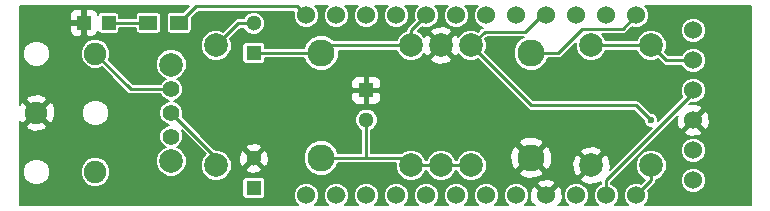
<source format=gtl>
G04 #@! TF.FileFunction,Copper,L1,Top,Signal*
%FSLAX46Y46*%
G04 Gerber Fmt 4.6, Leading zero omitted, Abs format (unit mm)*
G04 Created by KiCad (PCBNEW no-vcs-found-product) date Thu 23 Jul 2015 04:44:35 PM CDT*
%MOMM*%
G01*
G04 APERTURE LIST*
%ADD10C,0.127000*%
%ADD11R,1.300000X1.300000*%
%ADD12C,1.300000*%
%ADD13C,1.900000*%
%ADD14C,2.286000*%
%ADD15C,1.998980*%
%ADD16C,1.397000*%
%ADD17C,2.000000*%
%ADD18C,1.524000*%
%ADD19R,1.198880X1.198880*%
%ADD20R,1.501140X1.198880*%
%ADD21C,0.600000*%
%ADD22C,0.250000*%
%ADD23C,0.203200*%
G04 APERTURE END LIST*
D10*
D11*
X151765000Y-120650000D03*
D12*
X151765000Y-118150000D03*
D11*
X151765000Y-109220000D03*
D12*
X151765000Y-106720000D03*
D11*
X161290000Y-112395000D03*
D12*
X161290000Y-114895000D03*
D13*
X133350000Y-114300000D03*
X138350000Y-119300000D03*
X138350000Y-109300000D03*
D14*
X175260000Y-118110000D03*
X175260000Y-109220000D03*
D15*
X185420000Y-118745000D03*
X185420000Y-108585000D03*
X180340000Y-108585000D03*
X180340000Y-118745000D03*
X148590000Y-108585000D03*
X148590000Y-118745000D03*
X165100000Y-118745000D03*
X165100000Y-108585000D03*
X170180000Y-118745000D03*
X170180000Y-108585000D03*
X167640000Y-108585000D03*
X167640000Y-118745000D03*
D16*
X144780000Y-114300000D03*
X144780000Y-116300000D03*
X144780000Y-112300000D03*
D17*
X144780000Y-110200000D03*
X144780000Y-118400000D03*
D18*
X188976000Y-107315000D03*
X188976000Y-109855000D03*
X188976000Y-112395000D03*
X188976000Y-114935000D03*
X188976000Y-117475000D03*
X188976000Y-120015000D03*
D19*
X139479020Y-106680000D03*
X137380980Y-106680000D03*
D20*
X142844520Y-106680000D03*
X145445480Y-106680000D03*
D18*
X171450000Y-106045000D03*
X168910000Y-106045000D03*
X166370000Y-106045000D03*
X163830000Y-106045000D03*
X161290000Y-106045000D03*
X158750000Y-106045000D03*
X156210000Y-106045000D03*
X173990000Y-106045000D03*
X176530000Y-106045000D03*
X179070000Y-106045000D03*
X181610000Y-106045000D03*
X184150000Y-106045000D03*
X184150000Y-121285000D03*
X181610000Y-121285000D03*
X179070000Y-121285000D03*
X176530000Y-121285000D03*
X173990000Y-121285000D03*
X168910000Y-121285000D03*
X171450000Y-121285000D03*
X166370000Y-121285000D03*
X163830000Y-121285000D03*
X161290000Y-121285000D03*
X158750000Y-121285000D03*
X156210000Y-121285000D03*
D14*
X157480000Y-118110000D03*
X157480000Y-109220000D03*
D21*
X185420000Y-114935000D03*
D22*
X148590000Y-118745000D02*
X148590000Y-118110000D01*
X148590000Y-118110000D02*
X144780000Y-114300000D01*
X151765000Y-109220000D02*
X157480000Y-109220000D01*
X157480000Y-109220000D02*
X158115000Y-108585000D01*
X158115000Y-108585000D02*
X165100000Y-108585000D01*
X165100000Y-108585000D02*
X165100000Y-107315000D01*
X165100000Y-107315000D02*
X166370000Y-106045000D01*
X151765000Y-106720000D02*
X150455000Y-106720000D01*
X150455000Y-106720000D02*
X148590000Y-108585000D01*
X142844520Y-106680000D02*
X139479020Y-106680000D01*
X144780000Y-112300000D02*
X141350000Y-112300000D01*
X141350000Y-112300000D02*
X138350000Y-109300000D01*
X170180000Y-108585000D02*
X175260000Y-113665000D01*
X184150000Y-113665000D02*
X185420000Y-114935000D01*
X175260000Y-113665000D02*
X184150000Y-113665000D01*
X176530000Y-106045000D02*
X176149000Y-106045000D01*
X176149000Y-106045000D02*
X174752000Y-107442000D01*
X171323000Y-107442000D02*
X170180000Y-108585000D01*
X174752000Y-107442000D02*
X171323000Y-107442000D01*
X176530000Y-106045000D02*
X176022000Y-106045000D01*
X176530000Y-106045000D02*
X175895000Y-106045000D01*
X185420000Y-118745000D02*
X185420000Y-120015000D01*
X185420000Y-120015000D02*
X184150000Y-121285000D01*
X180340000Y-108585000D02*
X185420000Y-108585000D01*
X185420000Y-108585000D02*
X186690000Y-109855000D01*
X186690000Y-109855000D02*
X188976000Y-109855000D01*
X156210000Y-106045000D02*
X155448000Y-105283000D01*
X146842480Y-105283000D02*
X145445480Y-106680000D01*
X155448000Y-105283000D02*
X146842480Y-105283000D01*
X145542000Y-106680000D02*
X145445480Y-106680000D01*
X181610000Y-120015000D02*
X181610000Y-121285000D01*
X188976000Y-112395000D02*
X188976000Y-112649000D01*
X188976000Y-112649000D02*
X181610000Y-120015000D01*
X183007000Y-107188000D02*
X184150000Y-106045000D01*
X179578000Y-107188000D02*
X183007000Y-107188000D01*
X177546000Y-109220000D02*
X179578000Y-107188000D01*
X175260000Y-109220000D02*
X177546000Y-109220000D01*
X158750000Y-121285000D02*
X159385000Y-121285000D01*
X158750000Y-121285000D02*
X158115000Y-121285000D01*
X161290000Y-114895000D02*
X161290000Y-118110000D01*
X157480000Y-118110000D02*
X161290000Y-118110000D01*
X161290000Y-118110000D02*
X164465000Y-118110000D01*
X164465000Y-118110000D02*
X165100000Y-118745000D01*
X165100000Y-118745000D02*
X167640000Y-118745000D01*
X167640000Y-118745000D02*
X170180000Y-118745000D01*
X161290000Y-114895000D02*
X161290000Y-114935000D01*
D23*
G36*
X145747863Y-105769789D02*
X144694910Y-105769789D01*
X144578691Y-105792338D01*
X144476545Y-105859437D01*
X144408169Y-105960733D01*
X144384139Y-106080560D01*
X144384139Y-107279440D01*
X144406688Y-107395659D01*
X144473787Y-107497805D01*
X144575083Y-107566181D01*
X144694910Y-107590211D01*
X146196050Y-107590211D01*
X146312269Y-107567662D01*
X146414415Y-107500563D01*
X146482791Y-107399267D01*
X146506821Y-107279440D01*
X146506821Y-106226488D01*
X147020509Y-105712800D01*
X155192827Y-105712800D01*
X155143385Y-105831869D01*
X155143015Y-106256269D01*
X155305084Y-106648504D01*
X155604917Y-106948862D01*
X155996869Y-107111615D01*
X156421269Y-107111985D01*
X156813504Y-106949916D01*
X157113862Y-106650083D01*
X157276615Y-106258131D01*
X157276985Y-105833731D01*
X157114916Y-105441496D01*
X156931341Y-105257600D01*
X158028774Y-105257600D01*
X157846138Y-105439917D01*
X157683385Y-105831869D01*
X157683015Y-106256269D01*
X157845084Y-106648504D01*
X158144917Y-106948862D01*
X158536869Y-107111615D01*
X158961269Y-107111985D01*
X159353504Y-106949916D01*
X159653862Y-106650083D01*
X159816615Y-106258131D01*
X159816985Y-105833731D01*
X159654916Y-105441496D01*
X159471341Y-105257600D01*
X160568774Y-105257600D01*
X160386138Y-105439917D01*
X160223385Y-105831869D01*
X160223015Y-106256269D01*
X160385084Y-106648504D01*
X160684917Y-106948862D01*
X161076869Y-107111615D01*
X161501269Y-107111985D01*
X161893504Y-106949916D01*
X162193862Y-106650083D01*
X162356615Y-106258131D01*
X162356985Y-105833731D01*
X162194916Y-105441496D01*
X162011341Y-105257600D01*
X163108774Y-105257600D01*
X162926138Y-105439917D01*
X162763385Y-105831869D01*
X162763015Y-106256269D01*
X162925084Y-106648504D01*
X163224917Y-106948862D01*
X163616869Y-107111615D01*
X164041269Y-107111985D01*
X164433504Y-106949916D01*
X164733862Y-106650083D01*
X164896615Y-106258131D01*
X164896985Y-105833731D01*
X164734916Y-105441496D01*
X164551341Y-105257600D01*
X165648774Y-105257600D01*
X165466138Y-105439917D01*
X165303385Y-105831869D01*
X165303015Y-106256269D01*
X165375493Y-106431678D01*
X164796086Y-107011086D01*
X164702917Y-107150523D01*
X164670200Y-107315000D01*
X164670200Y-107351346D01*
X164362144Y-107478632D01*
X163994921Y-107845214D01*
X163866203Y-108155200D01*
X158534550Y-108155200D01*
X158329997Y-107950290D01*
X157779398Y-107721661D01*
X157183218Y-107721141D01*
X156632220Y-107948808D01*
X156210290Y-108370003D01*
X156035809Y-108790200D01*
X152725771Y-108790200D01*
X152725771Y-108570000D01*
X152703222Y-108453781D01*
X152636123Y-108351635D01*
X152534827Y-108283259D01*
X152415000Y-108259229D01*
X151115000Y-108259229D01*
X150998781Y-108281778D01*
X150896635Y-108348877D01*
X150828259Y-108450173D01*
X150804229Y-108570000D01*
X150804229Y-109870000D01*
X150826778Y-109986219D01*
X150893877Y-110088365D01*
X150995173Y-110156741D01*
X151115000Y-110180771D01*
X152415000Y-110180771D01*
X152531219Y-110158222D01*
X152633365Y-110091123D01*
X152701741Y-109989827D01*
X152725771Y-109870000D01*
X152725771Y-109649800D01*
X156036103Y-109649800D01*
X156208808Y-110067780D01*
X156630003Y-110489710D01*
X157180602Y-110718339D01*
X157776782Y-110718859D01*
X158327780Y-110491192D01*
X158749710Y-110069997D01*
X158978339Y-109519398D01*
X158978779Y-109014800D01*
X163866346Y-109014800D01*
X163993632Y-109322856D01*
X164360214Y-109690079D01*
X164839422Y-109889064D01*
X165358301Y-109889516D01*
X165721230Y-109739557D01*
X166700969Y-109739557D01*
X166803136Y-109996124D01*
X167406852Y-110208963D01*
X168046064Y-110174568D01*
X168476864Y-109996124D01*
X168579031Y-109739557D01*
X167640000Y-108800526D01*
X166700969Y-109739557D01*
X165721230Y-109739557D01*
X165837856Y-109691368D01*
X166193466Y-109336378D01*
X166228876Y-109421864D01*
X166485443Y-109524031D01*
X167424474Y-108585000D01*
X166485443Y-107645969D01*
X166228876Y-107748136D01*
X166197206Y-107837966D01*
X165839786Y-107479921D01*
X165720631Y-107430443D01*
X166700969Y-107430443D01*
X167640000Y-108369474D01*
X168579031Y-107430443D01*
X168476864Y-107173876D01*
X167873148Y-106961037D01*
X167233936Y-106995432D01*
X166803136Y-107173876D01*
X166700969Y-107430443D01*
X165720631Y-107430443D01*
X165630013Y-107392815D01*
X165983290Y-107039539D01*
X166156869Y-107111615D01*
X166581269Y-107111985D01*
X166973504Y-106949916D01*
X167273862Y-106650083D01*
X167436615Y-106258131D01*
X167436985Y-105833731D01*
X167274916Y-105441496D01*
X167091341Y-105257600D01*
X168188774Y-105257600D01*
X168006138Y-105439917D01*
X167843385Y-105831869D01*
X167843015Y-106256269D01*
X168005084Y-106648504D01*
X168304917Y-106948862D01*
X168696869Y-107111615D01*
X169121269Y-107111985D01*
X169513504Y-106949916D01*
X169813862Y-106650083D01*
X169976615Y-106258131D01*
X169976985Y-105833731D01*
X169814916Y-105441496D01*
X169631341Y-105257600D01*
X170728774Y-105257600D01*
X170546138Y-105439917D01*
X170383385Y-105831869D01*
X170383015Y-106256269D01*
X170545084Y-106648504D01*
X170844917Y-106948862D01*
X171126988Y-107065988D01*
X171019085Y-107138086D01*
X170748411Y-107408760D01*
X170440578Y-107280936D01*
X169921699Y-107280484D01*
X169442144Y-107478632D01*
X169086534Y-107833622D01*
X169051124Y-107748136D01*
X168794557Y-107645969D01*
X167855526Y-108585000D01*
X168794557Y-109524031D01*
X169051124Y-109421864D01*
X169082794Y-109332034D01*
X169440214Y-109690079D01*
X169919422Y-109889064D01*
X170438301Y-109889516D01*
X170748512Y-109761340D01*
X174956086Y-113968915D01*
X175095523Y-114062083D01*
X175260000Y-114094800D01*
X183971972Y-114094800D01*
X184815197Y-114938026D01*
X184815095Y-115054774D01*
X184906976Y-115277144D01*
X185076961Y-115447426D01*
X185299170Y-115539695D01*
X185477321Y-115539850D01*
X181923091Y-119094081D01*
X181963963Y-118978148D01*
X181929568Y-118338936D01*
X181751124Y-117908136D01*
X181494557Y-117805969D01*
X180555526Y-118745000D01*
X180569669Y-118759143D01*
X180354143Y-118974669D01*
X180340000Y-118960526D01*
X179400969Y-119899557D01*
X179503136Y-120156124D01*
X180106852Y-120368963D01*
X180746064Y-120334568D01*
X181176864Y-120156124D01*
X181180200Y-120147746D01*
X181180200Y-120308311D01*
X181006496Y-120380084D01*
X180706138Y-120679917D01*
X180543385Y-121071869D01*
X180543015Y-121496269D01*
X180705084Y-121888504D01*
X180888659Y-122072400D01*
X179791226Y-122072400D01*
X179973862Y-121890083D01*
X180136615Y-121498131D01*
X180136985Y-121073731D01*
X179974916Y-120681496D01*
X179675083Y-120381138D01*
X179283131Y-120218385D01*
X178858731Y-120218015D01*
X178466496Y-120380084D01*
X178166138Y-120679917D01*
X178003385Y-121071869D01*
X178003015Y-121496269D01*
X178165084Y-121888504D01*
X178348659Y-122072400D01*
X177532929Y-122072400D01*
X177512255Y-122051726D01*
X177744227Y-121978810D01*
X177917310Y-121461333D01*
X177879186Y-120917010D01*
X177744227Y-120591190D01*
X177512253Y-120518273D01*
X176745526Y-121285000D01*
X176759669Y-121299143D01*
X176544143Y-121514669D01*
X176530000Y-121500526D01*
X176515858Y-121514669D01*
X176300332Y-121299143D01*
X176314474Y-121285000D01*
X175547747Y-120518273D01*
X175315773Y-120591190D01*
X175142690Y-121108667D01*
X175180814Y-121652990D01*
X175315773Y-121978810D01*
X175547745Y-122051726D01*
X175527071Y-122072400D01*
X174711226Y-122072400D01*
X174893862Y-121890083D01*
X175056615Y-121498131D01*
X175056985Y-121073731D01*
X174894916Y-120681496D01*
X174595083Y-120381138D01*
X174406297Y-120302747D01*
X175763273Y-120302747D01*
X176530000Y-121069474D01*
X177296727Y-120302747D01*
X177223810Y-120070773D01*
X176706333Y-119897690D01*
X176162010Y-119935814D01*
X175836190Y-120070773D01*
X175763273Y-120302747D01*
X174406297Y-120302747D01*
X174203131Y-120218385D01*
X173778731Y-120218015D01*
X173386496Y-120380084D01*
X173086138Y-120679917D01*
X172923385Y-121071869D01*
X172923015Y-121496269D01*
X173085084Y-121888504D01*
X173268659Y-122072400D01*
X172171226Y-122072400D01*
X172353862Y-121890083D01*
X172516615Y-121498131D01*
X172516985Y-121073731D01*
X172354916Y-120681496D01*
X172055083Y-120381138D01*
X171663131Y-120218385D01*
X171238731Y-120218015D01*
X170846496Y-120380084D01*
X170546138Y-120679917D01*
X170383385Y-121071869D01*
X170383015Y-121496269D01*
X170545084Y-121888504D01*
X170728659Y-122072400D01*
X169631226Y-122072400D01*
X169813862Y-121890083D01*
X169976615Y-121498131D01*
X169976985Y-121073731D01*
X169814916Y-120681496D01*
X169515083Y-120381138D01*
X169123131Y-120218385D01*
X168698731Y-120218015D01*
X168306496Y-120380084D01*
X168006138Y-120679917D01*
X167843385Y-121071869D01*
X167843015Y-121496269D01*
X168005084Y-121888504D01*
X168188659Y-122072400D01*
X167091226Y-122072400D01*
X167273862Y-121890083D01*
X167436615Y-121498131D01*
X167436985Y-121073731D01*
X167274916Y-120681496D01*
X166975083Y-120381138D01*
X166583131Y-120218385D01*
X166158731Y-120218015D01*
X165766496Y-120380084D01*
X165466138Y-120679917D01*
X165303385Y-121071869D01*
X165303015Y-121496269D01*
X165465084Y-121888504D01*
X165648659Y-122072400D01*
X164551226Y-122072400D01*
X164733862Y-121890083D01*
X164896615Y-121498131D01*
X164896985Y-121073731D01*
X164734916Y-120681496D01*
X164435083Y-120381138D01*
X164043131Y-120218385D01*
X163618731Y-120218015D01*
X163226496Y-120380084D01*
X162926138Y-120679917D01*
X162763385Y-121071869D01*
X162763015Y-121496269D01*
X162925084Y-121888504D01*
X163108659Y-122072400D01*
X162011226Y-122072400D01*
X162193862Y-121890083D01*
X162356615Y-121498131D01*
X162356985Y-121073731D01*
X162194916Y-120681496D01*
X161895083Y-120381138D01*
X161503131Y-120218385D01*
X161078731Y-120218015D01*
X160686496Y-120380084D01*
X160386138Y-120679917D01*
X160223385Y-121071869D01*
X160223015Y-121496269D01*
X160385084Y-121888504D01*
X160568659Y-122072400D01*
X159471226Y-122072400D01*
X159653862Y-121890083D01*
X159816615Y-121498131D01*
X159816985Y-121073731D01*
X159654916Y-120681496D01*
X159355083Y-120381138D01*
X158963131Y-120218385D01*
X158538731Y-120218015D01*
X158146496Y-120380084D01*
X157846138Y-120679917D01*
X157683385Y-121071869D01*
X157683015Y-121496269D01*
X157845084Y-121888504D01*
X158028659Y-122072400D01*
X156931226Y-122072400D01*
X157113862Y-121890083D01*
X157276615Y-121498131D01*
X157276985Y-121073731D01*
X157114916Y-120681496D01*
X156815083Y-120381138D01*
X156423131Y-120218385D01*
X155998731Y-120218015D01*
X155606496Y-120380084D01*
X155306138Y-120679917D01*
X155143385Y-121071869D01*
X155143015Y-121496269D01*
X155305084Y-121888504D01*
X155488659Y-122072400D01*
X131927600Y-122072400D01*
X131927600Y-119523745D01*
X132220004Y-119523745D01*
X132391644Y-119939144D01*
X132709184Y-120257239D01*
X133124283Y-120429603D01*
X133573745Y-120429996D01*
X133989144Y-120258356D01*
X134307239Y-119940816D01*
X134470143Y-119548500D01*
X137094983Y-119548500D01*
X137285612Y-120009859D01*
X137638285Y-120363147D01*
X138099310Y-120554582D01*
X138598500Y-120555017D01*
X139059859Y-120364388D01*
X139413147Y-120011715D01*
X139604582Y-119550690D01*
X139605017Y-119051500D01*
X139414388Y-118590141D01*
X139061715Y-118236853D01*
X138600690Y-118045418D01*
X138101500Y-118044983D01*
X137640141Y-118235612D01*
X137286853Y-118588285D01*
X137095418Y-119049310D01*
X137094983Y-119548500D01*
X134470143Y-119548500D01*
X134479603Y-119525717D01*
X134479996Y-119076255D01*
X134308356Y-118660856D01*
X133990816Y-118342761D01*
X133575717Y-118170397D01*
X133126255Y-118170004D01*
X132710856Y-118341644D01*
X132392761Y-118659184D01*
X132220397Y-119074283D01*
X132220004Y-119523745D01*
X131927600Y-119523745D01*
X131927600Y-115418681D01*
X132446845Y-115418681D01*
X132542927Y-115670118D01*
X133128683Y-115874677D01*
X133748132Y-115839506D01*
X134157073Y-115670118D01*
X134253155Y-115418681D01*
X133350000Y-114515526D01*
X132446845Y-115418681D01*
X131927600Y-115418681D01*
X131927600Y-114980852D01*
X131979882Y-115107073D01*
X132231319Y-115203155D01*
X133134474Y-114300000D01*
X133565526Y-114300000D01*
X134468681Y-115203155D01*
X134720118Y-115107073D01*
X134923829Y-114523745D01*
X137220004Y-114523745D01*
X137391644Y-114939144D01*
X137709184Y-115257239D01*
X138124283Y-115429603D01*
X138573745Y-115429996D01*
X138989144Y-115258356D01*
X139307239Y-114940816D01*
X139479603Y-114525717D01*
X139479996Y-114076255D01*
X139308356Y-113660856D01*
X138990816Y-113342761D01*
X138575717Y-113170397D01*
X138126255Y-113170004D01*
X137710856Y-113341644D01*
X137392761Y-113659184D01*
X137220397Y-114074283D01*
X137220004Y-114523745D01*
X134923829Y-114523745D01*
X134924677Y-114521317D01*
X134889506Y-113901868D01*
X134720118Y-113492927D01*
X134468681Y-113396845D01*
X133565526Y-114300000D01*
X133134474Y-114300000D01*
X133134474Y-114300000D01*
X132231319Y-113396845D01*
X131979882Y-113492927D01*
X131927600Y-113642637D01*
X131927600Y-113181319D01*
X132446845Y-113181319D01*
X133350000Y-114084474D01*
X134253155Y-113181319D01*
X134157073Y-112929882D01*
X133571317Y-112725323D01*
X132951868Y-112760494D01*
X132542927Y-112929882D01*
X132446845Y-113181319D01*
X131927600Y-113181319D01*
X131927600Y-109523745D01*
X132220004Y-109523745D01*
X132391644Y-109939144D01*
X132709184Y-110257239D01*
X133124283Y-110429603D01*
X133573745Y-110429996D01*
X133989144Y-110258356D01*
X134307239Y-109940816D01*
X134470143Y-109548500D01*
X137094983Y-109548500D01*
X137285612Y-110009859D01*
X137638285Y-110363147D01*
X138099310Y-110554582D01*
X138598500Y-110555017D01*
X138880620Y-110438448D01*
X141046086Y-112603915D01*
X141185523Y-112697083D01*
X141350000Y-112729800D01*
X143872018Y-112729800D01*
X143928948Y-112867581D01*
X144210934Y-113150061D01*
X144572462Y-113300181D01*
X144212419Y-113448948D01*
X143929939Y-113730934D01*
X143776874Y-114099556D01*
X143776526Y-114498693D01*
X143928948Y-114867581D01*
X144210934Y-115150061D01*
X144572462Y-115300181D01*
X144212419Y-115448948D01*
X143929939Y-115730934D01*
X143776874Y-116099556D01*
X143776526Y-116498693D01*
X143928948Y-116867581D01*
X144210934Y-117150061D01*
X144299387Y-117186790D01*
X144041856Y-117293199D01*
X143674489Y-117659925D01*
X143475427Y-118139320D01*
X143474974Y-118658402D01*
X143673199Y-119138144D01*
X144039925Y-119505511D01*
X144519320Y-119704573D01*
X145038402Y-119705026D01*
X145518144Y-119506801D01*
X145885511Y-119140075D01*
X146084573Y-118660680D01*
X146085026Y-118141598D01*
X145886801Y-117661856D01*
X145520075Y-117294489D01*
X145260897Y-117186869D01*
X145347581Y-117151052D01*
X145630061Y-116869066D01*
X145783126Y-116500444D01*
X145783474Y-116101307D01*
X145649684Y-115777513D01*
X147681324Y-117809153D01*
X147484921Y-118005214D01*
X147285936Y-118484422D01*
X147285484Y-119003301D01*
X147483632Y-119482856D01*
X147850214Y-119850079D01*
X148329422Y-120049064D01*
X148848301Y-120049516D01*
X148968139Y-120000000D01*
X150804229Y-120000000D01*
X150804229Y-121300000D01*
X150826778Y-121416219D01*
X150893877Y-121518365D01*
X150995173Y-121586741D01*
X151115000Y-121610771D01*
X152415000Y-121610771D01*
X152531219Y-121588222D01*
X152633365Y-121521123D01*
X152701741Y-121419827D01*
X152725771Y-121300000D01*
X152725771Y-120000000D01*
X152703222Y-119883781D01*
X152636123Y-119781635D01*
X152534827Y-119713259D01*
X152415000Y-119689229D01*
X151115000Y-119689229D01*
X150998781Y-119711778D01*
X150896635Y-119778877D01*
X150828259Y-119880173D01*
X150804229Y-120000000D01*
X148968139Y-120000000D01*
X149327856Y-119851368D01*
X149695079Y-119484786D01*
X149875272Y-119050833D01*
X151079693Y-119050833D01*
X151138748Y-119271239D01*
X151615499Y-119425546D01*
X152115009Y-119385663D01*
X152391252Y-119271239D01*
X152450307Y-119050833D01*
X151765000Y-118365526D01*
X151079693Y-119050833D01*
X149875272Y-119050833D01*
X149894064Y-119005578D01*
X149894516Y-118486699D01*
X149696368Y-118007144D01*
X149689735Y-118000499D01*
X150489454Y-118000499D01*
X150529337Y-118500009D01*
X150643761Y-118776252D01*
X150864167Y-118835307D01*
X151549474Y-118150000D01*
X151980526Y-118150000D01*
X152665833Y-118835307D01*
X152886239Y-118776252D01*
X153005823Y-118406782D01*
X155981141Y-118406782D01*
X156208808Y-118957780D01*
X156630003Y-119379710D01*
X157180602Y-119608339D01*
X157776782Y-119608859D01*
X158327780Y-119381192D01*
X158749710Y-118959997D01*
X158924191Y-118539800D01*
X163795888Y-118539800D01*
X163795484Y-119003301D01*
X163993632Y-119482856D01*
X164360214Y-119850079D01*
X164839422Y-120049064D01*
X165358301Y-120049516D01*
X165837856Y-119851368D01*
X166205079Y-119484786D01*
X166333797Y-119174800D01*
X166406346Y-119174800D01*
X166533632Y-119482856D01*
X166900214Y-119850079D01*
X167379422Y-120049064D01*
X167898301Y-120049516D01*
X168377856Y-119851368D01*
X168745079Y-119484786D01*
X168873797Y-119174800D01*
X168946346Y-119174800D01*
X169073632Y-119482856D01*
X169440214Y-119850079D01*
X169919422Y-120049064D01*
X170438301Y-120049516D01*
X170917856Y-119851368D01*
X171285079Y-119484786D01*
X171333357Y-119368519D01*
X174217007Y-119368519D01*
X174336787Y-119639971D01*
X174992557Y-119876807D01*
X175689043Y-119844663D01*
X176183213Y-119639971D01*
X176302993Y-119368519D01*
X175260000Y-118325526D01*
X174217007Y-119368519D01*
X171333357Y-119368519D01*
X171484064Y-119005578D01*
X171484516Y-118486699D01*
X171286368Y-118007144D01*
X171122068Y-117842557D01*
X173493193Y-117842557D01*
X173525337Y-118539043D01*
X173730029Y-119033213D01*
X174001481Y-119152993D01*
X175044474Y-118110000D01*
X175475526Y-118110000D01*
X176518519Y-119152993D01*
X176789971Y-119033213D01*
X176978264Y-118511852D01*
X178716037Y-118511852D01*
X178750432Y-119151064D01*
X178928876Y-119581864D01*
X179185443Y-119684031D01*
X180124474Y-118745000D01*
X179185443Y-117805969D01*
X178928876Y-117908136D01*
X178716037Y-118511852D01*
X176978264Y-118511852D01*
X177026807Y-118377443D01*
X176994663Y-117680957D01*
X176957171Y-117590443D01*
X179400969Y-117590443D01*
X180340000Y-118529474D01*
X181279031Y-117590443D01*
X181176864Y-117333876D01*
X180573148Y-117121037D01*
X179933936Y-117155432D01*
X179503136Y-117333876D01*
X179400969Y-117590443D01*
X176957171Y-117590443D01*
X176789971Y-117186787D01*
X176518519Y-117067007D01*
X175475526Y-118110000D01*
X175044474Y-118110000D01*
X175044474Y-118110000D01*
X174001481Y-117067007D01*
X173730029Y-117186787D01*
X173493193Y-117842557D01*
X171122068Y-117842557D01*
X170919786Y-117639921D01*
X170440578Y-117440936D01*
X169921699Y-117440484D01*
X169442144Y-117638632D01*
X169074921Y-118005214D01*
X168946203Y-118315200D01*
X168873654Y-118315200D01*
X168746368Y-118007144D01*
X168379786Y-117639921D01*
X167900578Y-117440936D01*
X167381699Y-117440484D01*
X166902144Y-117638632D01*
X166534921Y-118005214D01*
X166406203Y-118315200D01*
X166333654Y-118315200D01*
X166206368Y-118007144D01*
X165839786Y-117639921D01*
X165360578Y-117440936D01*
X164841699Y-117440484D01*
X164362144Y-117638632D01*
X164320503Y-117680200D01*
X161719800Y-117680200D01*
X161719800Y-116851481D01*
X174217007Y-116851481D01*
X175260000Y-117894474D01*
X176302993Y-116851481D01*
X176183213Y-116580029D01*
X175527443Y-116343193D01*
X174830957Y-116375337D01*
X174336787Y-116580029D01*
X174217007Y-116851481D01*
X161719800Y-116851481D01*
X161719800Y-115750505D01*
X161830144Y-115704912D01*
X162098968Y-115436557D01*
X162244634Y-115085755D01*
X162244966Y-114705912D01*
X162099912Y-114354856D01*
X161831557Y-114086032D01*
X161480755Y-113940366D01*
X161100912Y-113940034D01*
X160749856Y-114085088D01*
X160481032Y-114353443D01*
X160335366Y-114704245D01*
X160335034Y-115084088D01*
X160480088Y-115435144D01*
X160748443Y-115703968D01*
X160860200Y-115750374D01*
X160860200Y-117680200D01*
X158923897Y-117680200D01*
X158751192Y-117262220D01*
X158329997Y-116840290D01*
X157779398Y-116611661D01*
X157183218Y-116611141D01*
X156632220Y-116838808D01*
X156210290Y-117260003D01*
X155981661Y-117810602D01*
X155981141Y-118406782D01*
X153005823Y-118406782D01*
X153040546Y-118299501D01*
X153000663Y-117799991D01*
X152886239Y-117523748D01*
X152665833Y-117464693D01*
X151980526Y-118150000D01*
X151549474Y-118150000D01*
X151549474Y-118150000D01*
X150864167Y-117464693D01*
X150643761Y-117523748D01*
X150489454Y-118000499D01*
X149689735Y-118000499D01*
X149329786Y-117639921D01*
X148850578Y-117440936D01*
X148528484Y-117440655D01*
X148336996Y-117249167D01*
X151079693Y-117249167D01*
X151765000Y-117934474D01*
X152450307Y-117249167D01*
X152391252Y-117028761D01*
X151914501Y-116874454D01*
X151414991Y-116914337D01*
X151138748Y-117028761D01*
X151079693Y-117249167D01*
X148336996Y-117249167D01*
X145725955Y-114638127D01*
X145783126Y-114500444D01*
X145783474Y-114101307D01*
X145631052Y-113732419D01*
X145349066Y-113449939D01*
X144987538Y-113299819D01*
X145347581Y-113151052D01*
X145630061Y-112869066D01*
X145700346Y-112699800D01*
X160030400Y-112699800D01*
X160030400Y-113166257D01*
X160123206Y-113390311D01*
X160294689Y-113561794D01*
X160518743Y-113654600D01*
X160985200Y-113654600D01*
X161137600Y-113502200D01*
X161137600Y-112547400D01*
X161442400Y-112547400D01*
X161442400Y-113502200D01*
X161594800Y-113654600D01*
X162061257Y-113654600D01*
X162285311Y-113561794D01*
X162456794Y-113390311D01*
X162549600Y-113166257D01*
X162549600Y-112699800D01*
X162397200Y-112547400D01*
X161442400Y-112547400D01*
X161137600Y-112547400D01*
X161137600Y-112547400D01*
X160182800Y-112547400D01*
X160030400Y-112699800D01*
X145700346Y-112699800D01*
X145783126Y-112500444D01*
X145783474Y-112101307D01*
X145631052Y-111732419D01*
X145522566Y-111623743D01*
X160030400Y-111623743D01*
X160030400Y-112090200D01*
X160182800Y-112242600D01*
X161137600Y-112242600D01*
X161137600Y-111287800D01*
X161442400Y-111287800D01*
X161442400Y-112242600D01*
X162397200Y-112242600D01*
X162549600Y-112090200D01*
X162549600Y-111623743D01*
X162456794Y-111399689D01*
X162285311Y-111228206D01*
X162061257Y-111135400D01*
X161594800Y-111135400D01*
X161442400Y-111287800D01*
X161137600Y-111287800D01*
X161137600Y-111287800D01*
X160985200Y-111135400D01*
X160518743Y-111135400D01*
X160294689Y-111228206D01*
X160123206Y-111399689D01*
X160030400Y-111623743D01*
X145522566Y-111623743D01*
X145349066Y-111449939D01*
X145260613Y-111413210D01*
X145518144Y-111306801D01*
X145885511Y-110940075D01*
X146084573Y-110460680D01*
X146085026Y-109941598D01*
X145886801Y-109461856D01*
X145520075Y-109094489D01*
X145040680Y-108895427D01*
X144521598Y-108894974D01*
X144041856Y-109093199D01*
X143674489Y-109459925D01*
X143475427Y-109939320D01*
X143474974Y-110458402D01*
X143673199Y-110938144D01*
X144039925Y-111305511D01*
X144299103Y-111413131D01*
X144212419Y-111448948D01*
X143929939Y-111730934D01*
X143872111Y-111870200D01*
X141528029Y-111870200D01*
X139488375Y-109830547D01*
X139604582Y-109550690D01*
X139605017Y-109051500D01*
X139518991Y-108843301D01*
X147285484Y-108843301D01*
X147483632Y-109322856D01*
X147850214Y-109690079D01*
X148329422Y-109889064D01*
X148848301Y-109889516D01*
X149327856Y-109691368D01*
X149695079Y-109324786D01*
X149894064Y-108845578D01*
X149894516Y-108326699D01*
X149766340Y-108016489D01*
X150633029Y-107149800D01*
X150909495Y-107149800D01*
X150955088Y-107260144D01*
X151223443Y-107528968D01*
X151574245Y-107674634D01*
X151954088Y-107674966D01*
X152305144Y-107529912D01*
X152573968Y-107261557D01*
X152719634Y-106910755D01*
X152719966Y-106530912D01*
X152574912Y-106179856D01*
X152306557Y-105911032D01*
X151955755Y-105765366D01*
X151575912Y-105765034D01*
X151224856Y-105910088D01*
X150956032Y-106178443D01*
X150909626Y-106290200D01*
X150455000Y-106290200D01*
X150290523Y-106322917D01*
X150151085Y-106416086D01*
X149158412Y-107408760D01*
X148850578Y-107280936D01*
X148331699Y-107280484D01*
X147852144Y-107478632D01*
X147484921Y-107845214D01*
X147285936Y-108324422D01*
X147285484Y-108843301D01*
X139518991Y-108843301D01*
X139414388Y-108590141D01*
X139061715Y-108236853D01*
X138600690Y-108045418D01*
X138101500Y-108044983D01*
X137640141Y-108235612D01*
X137286853Y-108588285D01*
X137095418Y-109049310D01*
X137094983Y-109548500D01*
X134470143Y-109548500D01*
X134479603Y-109525717D01*
X134479996Y-109076255D01*
X134308356Y-108660856D01*
X133990816Y-108342761D01*
X133575717Y-108170397D01*
X133126255Y-108170004D01*
X132710856Y-108341644D01*
X132392761Y-108659184D01*
X132220397Y-109074283D01*
X132220004Y-109523745D01*
X131927600Y-109523745D01*
X131927600Y-106984800D01*
X136171940Y-106984800D01*
X136171940Y-107400697D01*
X136264746Y-107624751D01*
X136436229Y-107796234D01*
X136660283Y-107889040D01*
X137076180Y-107889040D01*
X137228580Y-107736640D01*
X137228580Y-106832400D01*
X136324340Y-106832400D01*
X136171940Y-106984800D01*
X131927600Y-106984800D01*
X131927600Y-105959303D01*
X136171940Y-105959303D01*
X136171940Y-106375200D01*
X136324340Y-106527600D01*
X137228580Y-106527600D01*
X137228580Y-105623360D01*
X137533380Y-105623360D01*
X137533380Y-106527600D01*
X137553380Y-106527600D01*
X137553380Y-106832400D01*
X137533380Y-106832400D01*
X137533380Y-107736640D01*
X137685780Y-107889040D01*
X138101677Y-107889040D01*
X138325731Y-107796234D01*
X138497214Y-107624751D01*
X138590020Y-107400697D01*
X138590020Y-107388763D01*
X138591358Y-107395659D01*
X138658457Y-107497805D01*
X138759753Y-107566181D01*
X138879580Y-107590211D01*
X140078460Y-107590211D01*
X140194679Y-107567662D01*
X140296825Y-107500563D01*
X140365201Y-107399267D01*
X140389231Y-107279440D01*
X140389231Y-107109800D01*
X141783179Y-107109800D01*
X141783179Y-107279440D01*
X141805728Y-107395659D01*
X141872827Y-107497805D01*
X141974123Y-107566181D01*
X142093950Y-107590211D01*
X143595090Y-107590211D01*
X143711309Y-107567662D01*
X143813455Y-107500563D01*
X143881831Y-107399267D01*
X143905861Y-107279440D01*
X143905861Y-106080560D01*
X143883312Y-105964341D01*
X143816213Y-105862195D01*
X143714917Y-105793819D01*
X143595090Y-105769789D01*
X142093950Y-105769789D01*
X141977731Y-105792338D01*
X141875585Y-105859437D01*
X141807209Y-105960733D01*
X141783179Y-106080560D01*
X141783179Y-106250200D01*
X140389231Y-106250200D01*
X140389231Y-106080560D01*
X140366682Y-105964341D01*
X140299583Y-105862195D01*
X140198287Y-105793819D01*
X140078460Y-105769789D01*
X138879580Y-105769789D01*
X138763361Y-105792338D01*
X138661215Y-105859437D01*
X138592839Y-105960733D01*
X138590020Y-105974790D01*
X138590020Y-105959303D01*
X138497214Y-105735249D01*
X138325731Y-105563766D01*
X138101677Y-105470960D01*
X137685780Y-105470960D01*
X137533380Y-105623360D01*
X137228580Y-105623360D01*
X137228580Y-105623360D01*
X137076180Y-105470960D01*
X136660283Y-105470960D01*
X136436229Y-105563766D01*
X136264746Y-105735249D01*
X136171940Y-105959303D01*
X131927600Y-105959303D01*
X131927600Y-105257600D01*
X146260051Y-105257600D01*
X145747863Y-105769789D01*
X145747863Y-105769789D01*
G37*
X145747863Y-105769789D02*
X144694910Y-105769789D01*
X144578691Y-105792338D01*
X144476545Y-105859437D01*
X144408169Y-105960733D01*
X144384139Y-106080560D01*
X144384139Y-107279440D01*
X144406688Y-107395659D01*
X144473787Y-107497805D01*
X144575083Y-107566181D01*
X144694910Y-107590211D01*
X146196050Y-107590211D01*
X146312269Y-107567662D01*
X146414415Y-107500563D01*
X146482791Y-107399267D01*
X146506821Y-107279440D01*
X146506821Y-106226488D01*
X147020509Y-105712800D01*
X155192827Y-105712800D01*
X155143385Y-105831869D01*
X155143015Y-106256269D01*
X155305084Y-106648504D01*
X155604917Y-106948862D01*
X155996869Y-107111615D01*
X156421269Y-107111985D01*
X156813504Y-106949916D01*
X157113862Y-106650083D01*
X157276615Y-106258131D01*
X157276985Y-105833731D01*
X157114916Y-105441496D01*
X156931341Y-105257600D01*
X158028774Y-105257600D01*
X157846138Y-105439917D01*
X157683385Y-105831869D01*
X157683015Y-106256269D01*
X157845084Y-106648504D01*
X158144917Y-106948862D01*
X158536869Y-107111615D01*
X158961269Y-107111985D01*
X159353504Y-106949916D01*
X159653862Y-106650083D01*
X159816615Y-106258131D01*
X159816985Y-105833731D01*
X159654916Y-105441496D01*
X159471341Y-105257600D01*
X160568774Y-105257600D01*
X160386138Y-105439917D01*
X160223385Y-105831869D01*
X160223015Y-106256269D01*
X160385084Y-106648504D01*
X160684917Y-106948862D01*
X161076869Y-107111615D01*
X161501269Y-107111985D01*
X161893504Y-106949916D01*
X162193862Y-106650083D01*
X162356615Y-106258131D01*
X162356985Y-105833731D01*
X162194916Y-105441496D01*
X162011341Y-105257600D01*
X163108774Y-105257600D01*
X162926138Y-105439917D01*
X162763385Y-105831869D01*
X162763015Y-106256269D01*
X162925084Y-106648504D01*
X163224917Y-106948862D01*
X163616869Y-107111615D01*
X164041269Y-107111985D01*
X164433504Y-106949916D01*
X164733862Y-106650083D01*
X164896615Y-106258131D01*
X164896985Y-105833731D01*
X164734916Y-105441496D01*
X164551341Y-105257600D01*
X165648774Y-105257600D01*
X165466138Y-105439917D01*
X165303385Y-105831869D01*
X165303015Y-106256269D01*
X165375493Y-106431678D01*
X164796086Y-107011086D01*
X164702917Y-107150523D01*
X164670200Y-107315000D01*
X164670200Y-107351346D01*
X164362144Y-107478632D01*
X163994921Y-107845214D01*
X163866203Y-108155200D01*
X158534550Y-108155200D01*
X158329997Y-107950290D01*
X157779398Y-107721661D01*
X157183218Y-107721141D01*
X156632220Y-107948808D01*
X156210290Y-108370003D01*
X156035809Y-108790200D01*
X152725771Y-108790200D01*
X152725771Y-108570000D01*
X152703222Y-108453781D01*
X152636123Y-108351635D01*
X152534827Y-108283259D01*
X152415000Y-108259229D01*
X151115000Y-108259229D01*
X150998781Y-108281778D01*
X150896635Y-108348877D01*
X150828259Y-108450173D01*
X150804229Y-108570000D01*
X150804229Y-109870000D01*
X150826778Y-109986219D01*
X150893877Y-110088365D01*
X150995173Y-110156741D01*
X151115000Y-110180771D01*
X152415000Y-110180771D01*
X152531219Y-110158222D01*
X152633365Y-110091123D01*
X152701741Y-109989827D01*
X152725771Y-109870000D01*
X152725771Y-109649800D01*
X156036103Y-109649800D01*
X156208808Y-110067780D01*
X156630003Y-110489710D01*
X157180602Y-110718339D01*
X157776782Y-110718859D01*
X158327780Y-110491192D01*
X158749710Y-110069997D01*
X158978339Y-109519398D01*
X158978779Y-109014800D01*
X163866346Y-109014800D01*
X163993632Y-109322856D01*
X164360214Y-109690079D01*
X164839422Y-109889064D01*
X165358301Y-109889516D01*
X165721230Y-109739557D01*
X166700969Y-109739557D01*
X166803136Y-109996124D01*
X167406852Y-110208963D01*
X168046064Y-110174568D01*
X168476864Y-109996124D01*
X168579031Y-109739557D01*
X167640000Y-108800526D01*
X166700969Y-109739557D01*
X165721230Y-109739557D01*
X165837856Y-109691368D01*
X166193466Y-109336378D01*
X166228876Y-109421864D01*
X166485443Y-109524031D01*
X167424474Y-108585000D01*
X166485443Y-107645969D01*
X166228876Y-107748136D01*
X166197206Y-107837966D01*
X165839786Y-107479921D01*
X165720631Y-107430443D01*
X166700969Y-107430443D01*
X167640000Y-108369474D01*
X168579031Y-107430443D01*
X168476864Y-107173876D01*
X167873148Y-106961037D01*
X167233936Y-106995432D01*
X166803136Y-107173876D01*
X166700969Y-107430443D01*
X165720631Y-107430443D01*
X165630013Y-107392815D01*
X165983290Y-107039539D01*
X166156869Y-107111615D01*
X166581269Y-107111985D01*
X166973504Y-106949916D01*
X167273862Y-106650083D01*
X167436615Y-106258131D01*
X167436985Y-105833731D01*
X167274916Y-105441496D01*
X167091341Y-105257600D01*
X168188774Y-105257600D01*
X168006138Y-105439917D01*
X167843385Y-105831869D01*
X167843015Y-106256269D01*
X168005084Y-106648504D01*
X168304917Y-106948862D01*
X168696869Y-107111615D01*
X169121269Y-107111985D01*
X169513504Y-106949916D01*
X169813862Y-106650083D01*
X169976615Y-106258131D01*
X169976985Y-105833731D01*
X169814916Y-105441496D01*
X169631341Y-105257600D01*
X170728774Y-105257600D01*
X170546138Y-105439917D01*
X170383385Y-105831869D01*
X170383015Y-106256269D01*
X170545084Y-106648504D01*
X170844917Y-106948862D01*
X171126988Y-107065988D01*
X171019085Y-107138086D01*
X170748411Y-107408760D01*
X170440578Y-107280936D01*
X169921699Y-107280484D01*
X169442144Y-107478632D01*
X169086534Y-107833622D01*
X169051124Y-107748136D01*
X168794557Y-107645969D01*
X167855526Y-108585000D01*
X168794557Y-109524031D01*
X169051124Y-109421864D01*
X169082794Y-109332034D01*
X169440214Y-109690079D01*
X169919422Y-109889064D01*
X170438301Y-109889516D01*
X170748512Y-109761340D01*
X174956086Y-113968915D01*
X175095523Y-114062083D01*
X175260000Y-114094800D01*
X183971972Y-114094800D01*
X184815197Y-114938026D01*
X184815095Y-115054774D01*
X184906976Y-115277144D01*
X185076961Y-115447426D01*
X185299170Y-115539695D01*
X185477321Y-115539850D01*
X181923091Y-119094081D01*
X181963963Y-118978148D01*
X181929568Y-118338936D01*
X181751124Y-117908136D01*
X181494557Y-117805969D01*
X180555526Y-118745000D01*
X180569669Y-118759143D01*
X180354143Y-118974669D01*
X180340000Y-118960526D01*
X179400969Y-119899557D01*
X179503136Y-120156124D01*
X180106852Y-120368963D01*
X180746064Y-120334568D01*
X181176864Y-120156124D01*
X181180200Y-120147746D01*
X181180200Y-120308311D01*
X181006496Y-120380084D01*
X180706138Y-120679917D01*
X180543385Y-121071869D01*
X180543015Y-121496269D01*
X180705084Y-121888504D01*
X180888659Y-122072400D01*
X179791226Y-122072400D01*
X179973862Y-121890083D01*
X180136615Y-121498131D01*
X180136985Y-121073731D01*
X179974916Y-120681496D01*
X179675083Y-120381138D01*
X179283131Y-120218385D01*
X178858731Y-120218015D01*
X178466496Y-120380084D01*
X178166138Y-120679917D01*
X178003385Y-121071869D01*
X178003015Y-121496269D01*
X178165084Y-121888504D01*
X178348659Y-122072400D01*
X177532929Y-122072400D01*
X177512255Y-122051726D01*
X177744227Y-121978810D01*
X177917310Y-121461333D01*
X177879186Y-120917010D01*
X177744227Y-120591190D01*
X177512253Y-120518273D01*
X176745526Y-121285000D01*
X176759669Y-121299143D01*
X176544143Y-121514669D01*
X176530000Y-121500526D01*
X176515858Y-121514669D01*
X176300332Y-121299143D01*
X176314474Y-121285000D01*
X175547747Y-120518273D01*
X175315773Y-120591190D01*
X175142690Y-121108667D01*
X175180814Y-121652990D01*
X175315773Y-121978810D01*
X175547745Y-122051726D01*
X175527071Y-122072400D01*
X174711226Y-122072400D01*
X174893862Y-121890083D01*
X175056615Y-121498131D01*
X175056985Y-121073731D01*
X174894916Y-120681496D01*
X174595083Y-120381138D01*
X174406297Y-120302747D01*
X175763273Y-120302747D01*
X176530000Y-121069474D01*
X177296727Y-120302747D01*
X177223810Y-120070773D01*
X176706333Y-119897690D01*
X176162010Y-119935814D01*
X175836190Y-120070773D01*
X175763273Y-120302747D01*
X174406297Y-120302747D01*
X174203131Y-120218385D01*
X173778731Y-120218015D01*
X173386496Y-120380084D01*
X173086138Y-120679917D01*
X172923385Y-121071869D01*
X172923015Y-121496269D01*
X173085084Y-121888504D01*
X173268659Y-122072400D01*
X172171226Y-122072400D01*
X172353862Y-121890083D01*
X172516615Y-121498131D01*
X172516985Y-121073731D01*
X172354916Y-120681496D01*
X172055083Y-120381138D01*
X171663131Y-120218385D01*
X171238731Y-120218015D01*
X170846496Y-120380084D01*
X170546138Y-120679917D01*
X170383385Y-121071869D01*
X170383015Y-121496269D01*
X170545084Y-121888504D01*
X170728659Y-122072400D01*
X169631226Y-122072400D01*
X169813862Y-121890083D01*
X169976615Y-121498131D01*
X169976985Y-121073731D01*
X169814916Y-120681496D01*
X169515083Y-120381138D01*
X169123131Y-120218385D01*
X168698731Y-120218015D01*
X168306496Y-120380084D01*
X168006138Y-120679917D01*
X167843385Y-121071869D01*
X167843015Y-121496269D01*
X168005084Y-121888504D01*
X168188659Y-122072400D01*
X167091226Y-122072400D01*
X167273862Y-121890083D01*
X167436615Y-121498131D01*
X167436985Y-121073731D01*
X167274916Y-120681496D01*
X166975083Y-120381138D01*
X166583131Y-120218385D01*
X166158731Y-120218015D01*
X165766496Y-120380084D01*
X165466138Y-120679917D01*
X165303385Y-121071869D01*
X165303015Y-121496269D01*
X165465084Y-121888504D01*
X165648659Y-122072400D01*
X164551226Y-122072400D01*
X164733862Y-121890083D01*
X164896615Y-121498131D01*
X164896985Y-121073731D01*
X164734916Y-120681496D01*
X164435083Y-120381138D01*
X164043131Y-120218385D01*
X163618731Y-120218015D01*
X163226496Y-120380084D01*
X162926138Y-120679917D01*
X162763385Y-121071869D01*
X162763015Y-121496269D01*
X162925084Y-121888504D01*
X163108659Y-122072400D01*
X162011226Y-122072400D01*
X162193862Y-121890083D01*
X162356615Y-121498131D01*
X162356985Y-121073731D01*
X162194916Y-120681496D01*
X161895083Y-120381138D01*
X161503131Y-120218385D01*
X161078731Y-120218015D01*
X160686496Y-120380084D01*
X160386138Y-120679917D01*
X160223385Y-121071869D01*
X160223015Y-121496269D01*
X160385084Y-121888504D01*
X160568659Y-122072400D01*
X159471226Y-122072400D01*
X159653862Y-121890083D01*
X159816615Y-121498131D01*
X159816985Y-121073731D01*
X159654916Y-120681496D01*
X159355083Y-120381138D01*
X158963131Y-120218385D01*
X158538731Y-120218015D01*
X158146496Y-120380084D01*
X157846138Y-120679917D01*
X157683385Y-121071869D01*
X157683015Y-121496269D01*
X157845084Y-121888504D01*
X158028659Y-122072400D01*
X156931226Y-122072400D01*
X157113862Y-121890083D01*
X157276615Y-121498131D01*
X157276985Y-121073731D01*
X157114916Y-120681496D01*
X156815083Y-120381138D01*
X156423131Y-120218385D01*
X155998731Y-120218015D01*
X155606496Y-120380084D01*
X155306138Y-120679917D01*
X155143385Y-121071869D01*
X155143015Y-121496269D01*
X155305084Y-121888504D01*
X155488659Y-122072400D01*
X131927600Y-122072400D01*
X131927600Y-119523745D01*
X132220004Y-119523745D01*
X132391644Y-119939144D01*
X132709184Y-120257239D01*
X133124283Y-120429603D01*
X133573745Y-120429996D01*
X133989144Y-120258356D01*
X134307239Y-119940816D01*
X134470143Y-119548500D01*
X137094983Y-119548500D01*
X137285612Y-120009859D01*
X137638285Y-120363147D01*
X138099310Y-120554582D01*
X138598500Y-120555017D01*
X139059859Y-120364388D01*
X139413147Y-120011715D01*
X139604582Y-119550690D01*
X139605017Y-119051500D01*
X139414388Y-118590141D01*
X139061715Y-118236853D01*
X138600690Y-118045418D01*
X138101500Y-118044983D01*
X137640141Y-118235612D01*
X137286853Y-118588285D01*
X137095418Y-119049310D01*
X137094983Y-119548500D01*
X134470143Y-119548500D01*
X134479603Y-119525717D01*
X134479996Y-119076255D01*
X134308356Y-118660856D01*
X133990816Y-118342761D01*
X133575717Y-118170397D01*
X133126255Y-118170004D01*
X132710856Y-118341644D01*
X132392761Y-118659184D01*
X132220397Y-119074283D01*
X132220004Y-119523745D01*
X131927600Y-119523745D01*
X131927600Y-115418681D01*
X132446845Y-115418681D01*
X132542927Y-115670118D01*
X133128683Y-115874677D01*
X133748132Y-115839506D01*
X134157073Y-115670118D01*
X134253155Y-115418681D01*
X133350000Y-114515526D01*
X132446845Y-115418681D01*
X131927600Y-115418681D01*
X131927600Y-114980852D01*
X131979882Y-115107073D01*
X132231319Y-115203155D01*
X133134474Y-114300000D01*
X133565526Y-114300000D01*
X134468681Y-115203155D01*
X134720118Y-115107073D01*
X134923829Y-114523745D01*
X137220004Y-114523745D01*
X137391644Y-114939144D01*
X137709184Y-115257239D01*
X138124283Y-115429603D01*
X138573745Y-115429996D01*
X138989144Y-115258356D01*
X139307239Y-114940816D01*
X139479603Y-114525717D01*
X139479996Y-114076255D01*
X139308356Y-113660856D01*
X138990816Y-113342761D01*
X138575717Y-113170397D01*
X138126255Y-113170004D01*
X137710856Y-113341644D01*
X137392761Y-113659184D01*
X137220397Y-114074283D01*
X137220004Y-114523745D01*
X134923829Y-114523745D01*
X134924677Y-114521317D01*
X134889506Y-113901868D01*
X134720118Y-113492927D01*
X134468681Y-113396845D01*
X133565526Y-114300000D01*
X133134474Y-114300000D01*
X133134474Y-114300000D01*
X132231319Y-113396845D01*
X131979882Y-113492927D01*
X131927600Y-113642637D01*
X131927600Y-113181319D01*
X132446845Y-113181319D01*
X133350000Y-114084474D01*
X134253155Y-113181319D01*
X134157073Y-112929882D01*
X133571317Y-112725323D01*
X132951868Y-112760494D01*
X132542927Y-112929882D01*
X132446845Y-113181319D01*
X131927600Y-113181319D01*
X131927600Y-109523745D01*
X132220004Y-109523745D01*
X132391644Y-109939144D01*
X132709184Y-110257239D01*
X133124283Y-110429603D01*
X133573745Y-110429996D01*
X133989144Y-110258356D01*
X134307239Y-109940816D01*
X134470143Y-109548500D01*
X137094983Y-109548500D01*
X137285612Y-110009859D01*
X137638285Y-110363147D01*
X138099310Y-110554582D01*
X138598500Y-110555017D01*
X138880620Y-110438448D01*
X141046086Y-112603915D01*
X141185523Y-112697083D01*
X141350000Y-112729800D01*
X143872018Y-112729800D01*
X143928948Y-112867581D01*
X144210934Y-113150061D01*
X144572462Y-113300181D01*
X144212419Y-113448948D01*
X143929939Y-113730934D01*
X143776874Y-114099556D01*
X143776526Y-114498693D01*
X143928948Y-114867581D01*
X144210934Y-115150061D01*
X144572462Y-115300181D01*
X144212419Y-115448948D01*
X143929939Y-115730934D01*
X143776874Y-116099556D01*
X143776526Y-116498693D01*
X143928948Y-116867581D01*
X144210934Y-117150061D01*
X144299387Y-117186790D01*
X144041856Y-117293199D01*
X143674489Y-117659925D01*
X143475427Y-118139320D01*
X143474974Y-118658402D01*
X143673199Y-119138144D01*
X144039925Y-119505511D01*
X144519320Y-119704573D01*
X145038402Y-119705026D01*
X145518144Y-119506801D01*
X145885511Y-119140075D01*
X146084573Y-118660680D01*
X146085026Y-118141598D01*
X145886801Y-117661856D01*
X145520075Y-117294489D01*
X145260897Y-117186869D01*
X145347581Y-117151052D01*
X145630061Y-116869066D01*
X145783126Y-116500444D01*
X145783474Y-116101307D01*
X145649684Y-115777513D01*
X147681324Y-117809153D01*
X147484921Y-118005214D01*
X147285936Y-118484422D01*
X147285484Y-119003301D01*
X147483632Y-119482856D01*
X147850214Y-119850079D01*
X148329422Y-120049064D01*
X148848301Y-120049516D01*
X148968139Y-120000000D01*
X150804229Y-120000000D01*
X150804229Y-121300000D01*
X150826778Y-121416219D01*
X150893877Y-121518365D01*
X150995173Y-121586741D01*
X151115000Y-121610771D01*
X152415000Y-121610771D01*
X152531219Y-121588222D01*
X152633365Y-121521123D01*
X152701741Y-121419827D01*
X152725771Y-121300000D01*
X152725771Y-120000000D01*
X152703222Y-119883781D01*
X152636123Y-119781635D01*
X152534827Y-119713259D01*
X152415000Y-119689229D01*
X151115000Y-119689229D01*
X150998781Y-119711778D01*
X150896635Y-119778877D01*
X150828259Y-119880173D01*
X150804229Y-120000000D01*
X148968139Y-120000000D01*
X149327856Y-119851368D01*
X149695079Y-119484786D01*
X149875272Y-119050833D01*
X151079693Y-119050833D01*
X151138748Y-119271239D01*
X151615499Y-119425546D01*
X152115009Y-119385663D01*
X152391252Y-119271239D01*
X152450307Y-119050833D01*
X151765000Y-118365526D01*
X151079693Y-119050833D01*
X149875272Y-119050833D01*
X149894064Y-119005578D01*
X149894516Y-118486699D01*
X149696368Y-118007144D01*
X149689735Y-118000499D01*
X150489454Y-118000499D01*
X150529337Y-118500009D01*
X150643761Y-118776252D01*
X150864167Y-118835307D01*
X151549474Y-118150000D01*
X151980526Y-118150000D01*
X152665833Y-118835307D01*
X152886239Y-118776252D01*
X153005823Y-118406782D01*
X155981141Y-118406782D01*
X156208808Y-118957780D01*
X156630003Y-119379710D01*
X157180602Y-119608339D01*
X157776782Y-119608859D01*
X158327780Y-119381192D01*
X158749710Y-118959997D01*
X158924191Y-118539800D01*
X163795888Y-118539800D01*
X163795484Y-119003301D01*
X163993632Y-119482856D01*
X164360214Y-119850079D01*
X164839422Y-120049064D01*
X165358301Y-120049516D01*
X165837856Y-119851368D01*
X166205079Y-119484786D01*
X166333797Y-119174800D01*
X166406346Y-119174800D01*
X166533632Y-119482856D01*
X166900214Y-119850079D01*
X167379422Y-120049064D01*
X167898301Y-120049516D01*
X168377856Y-119851368D01*
X168745079Y-119484786D01*
X168873797Y-119174800D01*
X168946346Y-119174800D01*
X169073632Y-119482856D01*
X169440214Y-119850079D01*
X169919422Y-120049064D01*
X170438301Y-120049516D01*
X170917856Y-119851368D01*
X171285079Y-119484786D01*
X171333357Y-119368519D01*
X174217007Y-119368519D01*
X174336787Y-119639971D01*
X174992557Y-119876807D01*
X175689043Y-119844663D01*
X176183213Y-119639971D01*
X176302993Y-119368519D01*
X175260000Y-118325526D01*
X174217007Y-119368519D01*
X171333357Y-119368519D01*
X171484064Y-119005578D01*
X171484516Y-118486699D01*
X171286368Y-118007144D01*
X171122068Y-117842557D01*
X173493193Y-117842557D01*
X173525337Y-118539043D01*
X173730029Y-119033213D01*
X174001481Y-119152993D01*
X175044474Y-118110000D01*
X175475526Y-118110000D01*
X176518519Y-119152993D01*
X176789971Y-119033213D01*
X176978264Y-118511852D01*
X178716037Y-118511852D01*
X178750432Y-119151064D01*
X178928876Y-119581864D01*
X179185443Y-119684031D01*
X180124474Y-118745000D01*
X179185443Y-117805969D01*
X178928876Y-117908136D01*
X178716037Y-118511852D01*
X176978264Y-118511852D01*
X177026807Y-118377443D01*
X176994663Y-117680957D01*
X176957171Y-117590443D01*
X179400969Y-117590443D01*
X180340000Y-118529474D01*
X181279031Y-117590443D01*
X181176864Y-117333876D01*
X180573148Y-117121037D01*
X179933936Y-117155432D01*
X179503136Y-117333876D01*
X179400969Y-117590443D01*
X176957171Y-117590443D01*
X176789971Y-117186787D01*
X176518519Y-117067007D01*
X175475526Y-118110000D01*
X175044474Y-118110000D01*
X175044474Y-118110000D01*
X174001481Y-117067007D01*
X173730029Y-117186787D01*
X173493193Y-117842557D01*
X171122068Y-117842557D01*
X170919786Y-117639921D01*
X170440578Y-117440936D01*
X169921699Y-117440484D01*
X169442144Y-117638632D01*
X169074921Y-118005214D01*
X168946203Y-118315200D01*
X168873654Y-118315200D01*
X168746368Y-118007144D01*
X168379786Y-117639921D01*
X167900578Y-117440936D01*
X167381699Y-117440484D01*
X166902144Y-117638632D01*
X166534921Y-118005214D01*
X166406203Y-118315200D01*
X166333654Y-118315200D01*
X166206368Y-118007144D01*
X165839786Y-117639921D01*
X165360578Y-117440936D01*
X164841699Y-117440484D01*
X164362144Y-117638632D01*
X164320503Y-117680200D01*
X161719800Y-117680200D01*
X161719800Y-116851481D01*
X174217007Y-116851481D01*
X175260000Y-117894474D01*
X176302993Y-116851481D01*
X176183213Y-116580029D01*
X175527443Y-116343193D01*
X174830957Y-116375337D01*
X174336787Y-116580029D01*
X174217007Y-116851481D01*
X161719800Y-116851481D01*
X161719800Y-115750505D01*
X161830144Y-115704912D01*
X162098968Y-115436557D01*
X162244634Y-115085755D01*
X162244966Y-114705912D01*
X162099912Y-114354856D01*
X161831557Y-114086032D01*
X161480755Y-113940366D01*
X161100912Y-113940034D01*
X160749856Y-114085088D01*
X160481032Y-114353443D01*
X160335366Y-114704245D01*
X160335034Y-115084088D01*
X160480088Y-115435144D01*
X160748443Y-115703968D01*
X160860200Y-115750374D01*
X160860200Y-117680200D01*
X158923897Y-117680200D01*
X158751192Y-117262220D01*
X158329997Y-116840290D01*
X157779398Y-116611661D01*
X157183218Y-116611141D01*
X156632220Y-116838808D01*
X156210290Y-117260003D01*
X155981661Y-117810602D01*
X155981141Y-118406782D01*
X153005823Y-118406782D01*
X153040546Y-118299501D01*
X153000663Y-117799991D01*
X152886239Y-117523748D01*
X152665833Y-117464693D01*
X151980526Y-118150000D01*
X151549474Y-118150000D01*
X151549474Y-118150000D01*
X150864167Y-117464693D01*
X150643761Y-117523748D01*
X150489454Y-118000499D01*
X149689735Y-118000499D01*
X149329786Y-117639921D01*
X148850578Y-117440936D01*
X148528484Y-117440655D01*
X148336996Y-117249167D01*
X151079693Y-117249167D01*
X151765000Y-117934474D01*
X152450307Y-117249167D01*
X152391252Y-117028761D01*
X151914501Y-116874454D01*
X151414991Y-116914337D01*
X151138748Y-117028761D01*
X151079693Y-117249167D01*
X148336996Y-117249167D01*
X145725955Y-114638127D01*
X145783126Y-114500444D01*
X145783474Y-114101307D01*
X145631052Y-113732419D01*
X145349066Y-113449939D01*
X144987538Y-113299819D01*
X145347581Y-113151052D01*
X145630061Y-112869066D01*
X145700346Y-112699800D01*
X160030400Y-112699800D01*
X160030400Y-113166257D01*
X160123206Y-113390311D01*
X160294689Y-113561794D01*
X160518743Y-113654600D01*
X160985200Y-113654600D01*
X161137600Y-113502200D01*
X161137600Y-112547400D01*
X161442400Y-112547400D01*
X161442400Y-113502200D01*
X161594800Y-113654600D01*
X162061257Y-113654600D01*
X162285311Y-113561794D01*
X162456794Y-113390311D01*
X162549600Y-113166257D01*
X162549600Y-112699800D01*
X162397200Y-112547400D01*
X161442400Y-112547400D01*
X161137600Y-112547400D01*
X161137600Y-112547400D01*
X160182800Y-112547400D01*
X160030400Y-112699800D01*
X145700346Y-112699800D01*
X145783126Y-112500444D01*
X145783474Y-112101307D01*
X145631052Y-111732419D01*
X145522566Y-111623743D01*
X160030400Y-111623743D01*
X160030400Y-112090200D01*
X160182800Y-112242600D01*
X161137600Y-112242600D01*
X161137600Y-111287800D01*
X161442400Y-111287800D01*
X161442400Y-112242600D01*
X162397200Y-112242600D01*
X162549600Y-112090200D01*
X162549600Y-111623743D01*
X162456794Y-111399689D01*
X162285311Y-111228206D01*
X162061257Y-111135400D01*
X161594800Y-111135400D01*
X161442400Y-111287800D01*
X161137600Y-111287800D01*
X161137600Y-111287800D01*
X160985200Y-111135400D01*
X160518743Y-111135400D01*
X160294689Y-111228206D01*
X160123206Y-111399689D01*
X160030400Y-111623743D01*
X145522566Y-111623743D01*
X145349066Y-111449939D01*
X145260613Y-111413210D01*
X145518144Y-111306801D01*
X145885511Y-110940075D01*
X146084573Y-110460680D01*
X146085026Y-109941598D01*
X145886801Y-109461856D01*
X145520075Y-109094489D01*
X145040680Y-108895427D01*
X144521598Y-108894974D01*
X144041856Y-109093199D01*
X143674489Y-109459925D01*
X143475427Y-109939320D01*
X143474974Y-110458402D01*
X143673199Y-110938144D01*
X144039925Y-111305511D01*
X144299103Y-111413131D01*
X144212419Y-111448948D01*
X143929939Y-111730934D01*
X143872111Y-111870200D01*
X141528029Y-111870200D01*
X139488375Y-109830547D01*
X139604582Y-109550690D01*
X139605017Y-109051500D01*
X139518991Y-108843301D01*
X147285484Y-108843301D01*
X147483632Y-109322856D01*
X147850214Y-109690079D01*
X148329422Y-109889064D01*
X148848301Y-109889516D01*
X149327856Y-109691368D01*
X149695079Y-109324786D01*
X149894064Y-108845578D01*
X149894516Y-108326699D01*
X149766340Y-108016489D01*
X150633029Y-107149800D01*
X150909495Y-107149800D01*
X150955088Y-107260144D01*
X151223443Y-107528968D01*
X151574245Y-107674634D01*
X151954088Y-107674966D01*
X152305144Y-107529912D01*
X152573968Y-107261557D01*
X152719634Y-106910755D01*
X152719966Y-106530912D01*
X152574912Y-106179856D01*
X152306557Y-105911032D01*
X151955755Y-105765366D01*
X151575912Y-105765034D01*
X151224856Y-105910088D01*
X150956032Y-106178443D01*
X150909626Y-106290200D01*
X150455000Y-106290200D01*
X150290523Y-106322917D01*
X150151085Y-106416086D01*
X149158412Y-107408760D01*
X148850578Y-107280936D01*
X148331699Y-107280484D01*
X147852144Y-107478632D01*
X147484921Y-107845214D01*
X147285936Y-108324422D01*
X147285484Y-108843301D01*
X139518991Y-108843301D01*
X139414388Y-108590141D01*
X139061715Y-108236853D01*
X138600690Y-108045418D01*
X138101500Y-108044983D01*
X137640141Y-108235612D01*
X137286853Y-108588285D01*
X137095418Y-109049310D01*
X137094983Y-109548500D01*
X134470143Y-109548500D01*
X134479603Y-109525717D01*
X134479996Y-109076255D01*
X134308356Y-108660856D01*
X133990816Y-108342761D01*
X133575717Y-108170397D01*
X133126255Y-108170004D01*
X132710856Y-108341644D01*
X132392761Y-108659184D01*
X132220397Y-109074283D01*
X132220004Y-109523745D01*
X131927600Y-109523745D01*
X131927600Y-106984800D01*
X136171940Y-106984800D01*
X136171940Y-107400697D01*
X136264746Y-107624751D01*
X136436229Y-107796234D01*
X136660283Y-107889040D01*
X137076180Y-107889040D01*
X137228580Y-107736640D01*
X137228580Y-106832400D01*
X136324340Y-106832400D01*
X136171940Y-106984800D01*
X131927600Y-106984800D01*
X131927600Y-105959303D01*
X136171940Y-105959303D01*
X136171940Y-106375200D01*
X136324340Y-106527600D01*
X137228580Y-106527600D01*
X137228580Y-105623360D01*
X137533380Y-105623360D01*
X137533380Y-106527600D01*
X137553380Y-106527600D01*
X137553380Y-106832400D01*
X137533380Y-106832400D01*
X137533380Y-107736640D01*
X137685780Y-107889040D01*
X138101677Y-107889040D01*
X138325731Y-107796234D01*
X138497214Y-107624751D01*
X138590020Y-107400697D01*
X138590020Y-107388763D01*
X138591358Y-107395659D01*
X138658457Y-107497805D01*
X138759753Y-107566181D01*
X138879580Y-107590211D01*
X140078460Y-107590211D01*
X140194679Y-107567662D01*
X140296825Y-107500563D01*
X140365201Y-107399267D01*
X140389231Y-107279440D01*
X140389231Y-107109800D01*
X141783179Y-107109800D01*
X141783179Y-107279440D01*
X141805728Y-107395659D01*
X141872827Y-107497805D01*
X141974123Y-107566181D01*
X142093950Y-107590211D01*
X143595090Y-107590211D01*
X143711309Y-107567662D01*
X143813455Y-107500563D01*
X143881831Y-107399267D01*
X143905861Y-107279440D01*
X143905861Y-106080560D01*
X143883312Y-105964341D01*
X143816213Y-105862195D01*
X143714917Y-105793819D01*
X143595090Y-105769789D01*
X142093950Y-105769789D01*
X141977731Y-105792338D01*
X141875585Y-105859437D01*
X141807209Y-105960733D01*
X141783179Y-106080560D01*
X141783179Y-106250200D01*
X140389231Y-106250200D01*
X140389231Y-106080560D01*
X140366682Y-105964341D01*
X140299583Y-105862195D01*
X140198287Y-105793819D01*
X140078460Y-105769789D01*
X138879580Y-105769789D01*
X138763361Y-105792338D01*
X138661215Y-105859437D01*
X138592839Y-105960733D01*
X138590020Y-105974790D01*
X138590020Y-105959303D01*
X138497214Y-105735249D01*
X138325731Y-105563766D01*
X138101677Y-105470960D01*
X137685780Y-105470960D01*
X137533380Y-105623360D01*
X137228580Y-105623360D01*
X137228580Y-105623360D01*
X137076180Y-105470960D01*
X136660283Y-105470960D01*
X136436229Y-105563766D01*
X136264746Y-105735249D01*
X136171940Y-105959303D01*
X131927600Y-105959303D01*
X131927600Y-105257600D01*
X146260051Y-105257600D01*
X145747863Y-105769789D01*
G36*
X193827400Y-122072400D02*
X184871226Y-122072400D01*
X185053862Y-121890083D01*
X185216615Y-121498131D01*
X185216985Y-121073731D01*
X185144507Y-120898322D01*
X185723914Y-120318915D01*
X185785818Y-120226269D01*
X187909015Y-120226269D01*
X188071084Y-120618504D01*
X188370917Y-120918862D01*
X188762869Y-121081615D01*
X189187269Y-121081985D01*
X189579504Y-120919916D01*
X189879862Y-120620083D01*
X190042615Y-120228131D01*
X190042985Y-119803731D01*
X189880916Y-119411496D01*
X189581083Y-119111138D01*
X189189131Y-118948385D01*
X188764731Y-118948015D01*
X188372496Y-119110084D01*
X188072138Y-119409917D01*
X187909385Y-119801869D01*
X187909015Y-120226269D01*
X185785818Y-120226269D01*
X185817083Y-120179477D01*
X185821728Y-120156124D01*
X185849800Y-120015000D01*
X185849800Y-119978654D01*
X186157856Y-119851368D01*
X186525079Y-119484786D01*
X186724064Y-119005578D01*
X186724516Y-118486699D01*
X186526368Y-118007144D01*
X186206053Y-117686269D01*
X187909015Y-117686269D01*
X188071084Y-118078504D01*
X188370917Y-118378862D01*
X188762869Y-118541615D01*
X189187269Y-118541985D01*
X189579504Y-118379916D01*
X189879862Y-118080083D01*
X190042615Y-117688131D01*
X190042985Y-117263731D01*
X189880916Y-116871496D01*
X189581083Y-116571138D01*
X189189131Y-116408385D01*
X188764731Y-116408015D01*
X188372496Y-116570084D01*
X188072138Y-116869917D01*
X187909385Y-117261869D01*
X187909015Y-117686269D01*
X186206053Y-117686269D01*
X186159786Y-117639921D01*
X185680578Y-117440936D01*
X185161699Y-117440484D01*
X184682144Y-117638632D01*
X184314921Y-118005214D01*
X184115936Y-118484422D01*
X184115484Y-119003301D01*
X184313632Y-119482856D01*
X184680214Y-119850079D01*
X184889987Y-119937184D01*
X184536710Y-120290461D01*
X184363131Y-120218385D01*
X183938731Y-120218015D01*
X183546496Y-120380084D01*
X183246138Y-120679917D01*
X183083385Y-121071869D01*
X183083015Y-121496269D01*
X183245084Y-121888504D01*
X183428659Y-122072400D01*
X182331226Y-122072400D01*
X182513862Y-121890083D01*
X182676615Y-121498131D01*
X182676985Y-121073731D01*
X182514916Y-120681496D01*
X182215083Y-120381138D01*
X182039800Y-120308354D01*
X182039800Y-120193028D01*
X186315576Y-115917253D01*
X188209273Y-115917253D01*
X188282190Y-116149227D01*
X188799667Y-116322310D01*
X189343990Y-116284186D01*
X189669810Y-116149227D01*
X189742727Y-115917253D01*
X188976000Y-115150526D01*
X188209273Y-115917253D01*
X186315576Y-115917253D01*
X187646249Y-114586580D01*
X187588690Y-114758667D01*
X187626814Y-115302990D01*
X187761773Y-115628810D01*
X187993747Y-115701727D01*
X188760474Y-114935000D01*
X189191526Y-114935000D01*
X189958253Y-115701727D01*
X190190227Y-115628810D01*
X190363310Y-115111333D01*
X190325186Y-114567010D01*
X190190227Y-114241190D01*
X189958253Y-114168273D01*
X189191526Y-114935000D01*
X188760474Y-114935000D01*
X188760474Y-114935000D01*
X188746332Y-114920858D01*
X188961858Y-114705332D01*
X188976000Y-114719474D01*
X189742727Y-113952747D01*
X189669810Y-113720773D01*
X189152333Y-113547690D01*
X188649953Y-113582876D01*
X188771207Y-113461622D01*
X189187269Y-113461985D01*
X189579504Y-113299916D01*
X189879862Y-113000083D01*
X190042615Y-112608131D01*
X190042985Y-112183731D01*
X189880916Y-111791496D01*
X189581083Y-111491138D01*
X189189131Y-111328385D01*
X188764731Y-111328015D01*
X188372496Y-111490084D01*
X188072138Y-111789917D01*
X187909385Y-112181869D01*
X187909015Y-112606269D01*
X188055758Y-112961413D01*
X186024750Y-114992421D01*
X186024905Y-114815226D01*
X185933024Y-114592856D01*
X185763039Y-114422574D01*
X185540830Y-114330305D01*
X185423031Y-114330202D01*
X184453914Y-113361086D01*
X184314477Y-113267917D01*
X184150000Y-113235200D01*
X175438029Y-113235200D01*
X171356240Y-109153412D01*
X171484064Y-108845578D01*
X171484516Y-108326699D01*
X171356340Y-108016489D01*
X171501029Y-107871800D01*
X174598594Y-107871800D01*
X174412220Y-107948808D01*
X173990290Y-108370003D01*
X173761661Y-108920602D01*
X173761141Y-109516782D01*
X173988808Y-110067780D01*
X174410003Y-110489710D01*
X174960602Y-110718339D01*
X175556782Y-110718859D01*
X176107780Y-110491192D01*
X176529710Y-110069997D01*
X176704191Y-109649800D01*
X177546000Y-109649800D01*
X177710477Y-109617083D01*
X177849914Y-109523914D01*
X179035924Y-108337904D01*
X179035484Y-108843301D01*
X179233632Y-109322856D01*
X179600214Y-109690079D01*
X180079422Y-109889064D01*
X180598301Y-109889516D01*
X181077856Y-109691368D01*
X181445079Y-109324786D01*
X181573797Y-109014800D01*
X184186346Y-109014800D01*
X184313632Y-109322856D01*
X184680214Y-109690079D01*
X185159422Y-109889064D01*
X185678301Y-109889516D01*
X185988511Y-109761340D01*
X186386085Y-110158914D01*
X186460989Y-110208963D01*
X186525523Y-110252083D01*
X186690000Y-110284800D01*
X187999311Y-110284800D01*
X188071084Y-110458504D01*
X188370917Y-110758862D01*
X188762869Y-110921615D01*
X189187269Y-110921985D01*
X189579504Y-110759916D01*
X189879862Y-110460083D01*
X190042615Y-110068131D01*
X190042985Y-109643731D01*
X189880916Y-109251496D01*
X189581083Y-108951138D01*
X189189131Y-108788385D01*
X188764731Y-108788015D01*
X188372496Y-108950084D01*
X188072138Y-109249917D01*
X187999354Y-109425200D01*
X186868029Y-109425200D01*
X186596240Y-109153411D01*
X186724064Y-108845578D01*
X186724516Y-108326699D01*
X186526368Y-107847144D01*
X186206053Y-107526269D01*
X187909015Y-107526269D01*
X188071084Y-107918504D01*
X188370917Y-108218862D01*
X188762869Y-108381615D01*
X189187269Y-108381985D01*
X189579504Y-108219916D01*
X189879862Y-107920083D01*
X190042615Y-107528131D01*
X190042985Y-107103731D01*
X189880916Y-106711496D01*
X189581083Y-106411138D01*
X189189131Y-106248385D01*
X188764731Y-106248015D01*
X188372496Y-106410084D01*
X188072138Y-106709917D01*
X187909385Y-107101869D01*
X187909015Y-107526269D01*
X186206053Y-107526269D01*
X186159786Y-107479921D01*
X185680578Y-107280936D01*
X185161699Y-107280484D01*
X184682144Y-107478632D01*
X184314921Y-107845214D01*
X184186203Y-108155200D01*
X181573654Y-108155200D01*
X181446368Y-107847144D01*
X181217424Y-107617800D01*
X183007000Y-107617800D01*
X183171477Y-107585083D01*
X183310914Y-107491914D01*
X183763290Y-107039539D01*
X183936869Y-107111615D01*
X184361269Y-107111985D01*
X184753504Y-106949916D01*
X185053862Y-106650083D01*
X185216615Y-106258131D01*
X185216985Y-105833731D01*
X185054916Y-105441496D01*
X184871341Y-105257600D01*
X193827400Y-105257600D01*
X193827400Y-122072400D01*
X193827400Y-122072400D01*
G37*
X193827400Y-122072400D02*
X184871226Y-122072400D01*
X185053862Y-121890083D01*
X185216615Y-121498131D01*
X185216985Y-121073731D01*
X185144507Y-120898322D01*
X185723914Y-120318915D01*
X185785818Y-120226269D01*
X187909015Y-120226269D01*
X188071084Y-120618504D01*
X188370917Y-120918862D01*
X188762869Y-121081615D01*
X189187269Y-121081985D01*
X189579504Y-120919916D01*
X189879862Y-120620083D01*
X190042615Y-120228131D01*
X190042985Y-119803731D01*
X189880916Y-119411496D01*
X189581083Y-119111138D01*
X189189131Y-118948385D01*
X188764731Y-118948015D01*
X188372496Y-119110084D01*
X188072138Y-119409917D01*
X187909385Y-119801869D01*
X187909015Y-120226269D01*
X185785818Y-120226269D01*
X185817083Y-120179477D01*
X185821728Y-120156124D01*
X185849800Y-120015000D01*
X185849800Y-119978654D01*
X186157856Y-119851368D01*
X186525079Y-119484786D01*
X186724064Y-119005578D01*
X186724516Y-118486699D01*
X186526368Y-118007144D01*
X186206053Y-117686269D01*
X187909015Y-117686269D01*
X188071084Y-118078504D01*
X188370917Y-118378862D01*
X188762869Y-118541615D01*
X189187269Y-118541985D01*
X189579504Y-118379916D01*
X189879862Y-118080083D01*
X190042615Y-117688131D01*
X190042985Y-117263731D01*
X189880916Y-116871496D01*
X189581083Y-116571138D01*
X189189131Y-116408385D01*
X188764731Y-116408015D01*
X188372496Y-116570084D01*
X188072138Y-116869917D01*
X187909385Y-117261869D01*
X187909015Y-117686269D01*
X186206053Y-117686269D01*
X186159786Y-117639921D01*
X185680578Y-117440936D01*
X185161699Y-117440484D01*
X184682144Y-117638632D01*
X184314921Y-118005214D01*
X184115936Y-118484422D01*
X184115484Y-119003301D01*
X184313632Y-119482856D01*
X184680214Y-119850079D01*
X184889987Y-119937184D01*
X184536710Y-120290461D01*
X184363131Y-120218385D01*
X183938731Y-120218015D01*
X183546496Y-120380084D01*
X183246138Y-120679917D01*
X183083385Y-121071869D01*
X183083015Y-121496269D01*
X183245084Y-121888504D01*
X183428659Y-122072400D01*
X182331226Y-122072400D01*
X182513862Y-121890083D01*
X182676615Y-121498131D01*
X182676985Y-121073731D01*
X182514916Y-120681496D01*
X182215083Y-120381138D01*
X182039800Y-120308354D01*
X182039800Y-120193028D01*
X186315576Y-115917253D01*
X188209273Y-115917253D01*
X188282190Y-116149227D01*
X188799667Y-116322310D01*
X189343990Y-116284186D01*
X189669810Y-116149227D01*
X189742727Y-115917253D01*
X188976000Y-115150526D01*
X188209273Y-115917253D01*
X186315576Y-115917253D01*
X187646249Y-114586580D01*
X187588690Y-114758667D01*
X187626814Y-115302990D01*
X187761773Y-115628810D01*
X187993747Y-115701727D01*
X188760474Y-114935000D01*
X189191526Y-114935000D01*
X189958253Y-115701727D01*
X190190227Y-115628810D01*
X190363310Y-115111333D01*
X190325186Y-114567010D01*
X190190227Y-114241190D01*
X189958253Y-114168273D01*
X189191526Y-114935000D01*
X188760474Y-114935000D01*
X188760474Y-114935000D01*
X188746332Y-114920858D01*
X188961858Y-114705332D01*
X188976000Y-114719474D01*
X189742727Y-113952747D01*
X189669810Y-113720773D01*
X189152333Y-113547690D01*
X188649953Y-113582876D01*
X188771207Y-113461622D01*
X189187269Y-113461985D01*
X189579504Y-113299916D01*
X189879862Y-113000083D01*
X190042615Y-112608131D01*
X190042985Y-112183731D01*
X189880916Y-111791496D01*
X189581083Y-111491138D01*
X189189131Y-111328385D01*
X188764731Y-111328015D01*
X188372496Y-111490084D01*
X188072138Y-111789917D01*
X187909385Y-112181869D01*
X187909015Y-112606269D01*
X188055758Y-112961413D01*
X186024750Y-114992421D01*
X186024905Y-114815226D01*
X185933024Y-114592856D01*
X185763039Y-114422574D01*
X185540830Y-114330305D01*
X185423031Y-114330202D01*
X184453914Y-113361086D01*
X184314477Y-113267917D01*
X184150000Y-113235200D01*
X175438029Y-113235200D01*
X171356240Y-109153412D01*
X171484064Y-108845578D01*
X171484516Y-108326699D01*
X171356340Y-108016489D01*
X171501029Y-107871800D01*
X174598594Y-107871800D01*
X174412220Y-107948808D01*
X173990290Y-108370003D01*
X173761661Y-108920602D01*
X173761141Y-109516782D01*
X173988808Y-110067780D01*
X174410003Y-110489710D01*
X174960602Y-110718339D01*
X175556782Y-110718859D01*
X176107780Y-110491192D01*
X176529710Y-110069997D01*
X176704191Y-109649800D01*
X177546000Y-109649800D01*
X177710477Y-109617083D01*
X177849914Y-109523914D01*
X179035924Y-108337904D01*
X179035484Y-108843301D01*
X179233632Y-109322856D01*
X179600214Y-109690079D01*
X180079422Y-109889064D01*
X180598301Y-109889516D01*
X181077856Y-109691368D01*
X181445079Y-109324786D01*
X181573797Y-109014800D01*
X184186346Y-109014800D01*
X184313632Y-109322856D01*
X184680214Y-109690079D01*
X185159422Y-109889064D01*
X185678301Y-109889516D01*
X185988511Y-109761340D01*
X186386085Y-110158914D01*
X186460989Y-110208963D01*
X186525523Y-110252083D01*
X186690000Y-110284800D01*
X187999311Y-110284800D01*
X188071084Y-110458504D01*
X188370917Y-110758862D01*
X188762869Y-110921615D01*
X189187269Y-110921985D01*
X189579504Y-110759916D01*
X189879862Y-110460083D01*
X190042615Y-110068131D01*
X190042985Y-109643731D01*
X189880916Y-109251496D01*
X189581083Y-108951138D01*
X189189131Y-108788385D01*
X188764731Y-108788015D01*
X188372496Y-108950084D01*
X188072138Y-109249917D01*
X187999354Y-109425200D01*
X186868029Y-109425200D01*
X186596240Y-109153411D01*
X186724064Y-108845578D01*
X186724516Y-108326699D01*
X186526368Y-107847144D01*
X186206053Y-107526269D01*
X187909015Y-107526269D01*
X188071084Y-107918504D01*
X188370917Y-108218862D01*
X188762869Y-108381615D01*
X189187269Y-108381985D01*
X189579504Y-108219916D01*
X189879862Y-107920083D01*
X190042615Y-107528131D01*
X190042985Y-107103731D01*
X189880916Y-106711496D01*
X189581083Y-106411138D01*
X189189131Y-106248385D01*
X188764731Y-106248015D01*
X188372496Y-106410084D01*
X188072138Y-106709917D01*
X187909385Y-107101869D01*
X187909015Y-107526269D01*
X186206053Y-107526269D01*
X186159786Y-107479921D01*
X185680578Y-107280936D01*
X185161699Y-107280484D01*
X184682144Y-107478632D01*
X184314921Y-107845214D01*
X184186203Y-108155200D01*
X181573654Y-108155200D01*
X181446368Y-107847144D01*
X181217424Y-107617800D01*
X183007000Y-107617800D01*
X183171477Y-107585083D01*
X183310914Y-107491914D01*
X183763290Y-107039539D01*
X183936869Y-107111615D01*
X184361269Y-107111985D01*
X184753504Y-106949916D01*
X185053862Y-106650083D01*
X185216615Y-106258131D01*
X185216985Y-105833731D01*
X185054916Y-105441496D01*
X184871341Y-105257600D01*
X193827400Y-105257600D01*
X193827400Y-122072400D01*
G36*
X181839669Y-106030858D02*
X181825526Y-106045000D01*
X181839669Y-106059143D01*
X181624143Y-106274669D01*
X181610000Y-106260526D01*
X181595858Y-106274669D01*
X181380332Y-106059143D01*
X181394474Y-106045000D01*
X181380332Y-106030858D01*
X181595858Y-105815332D01*
X181610000Y-105829474D01*
X181624143Y-105815332D01*
X181839669Y-106030858D01*
X181839669Y-106030858D01*
G37*
X181839669Y-106030858D02*
X181825526Y-106045000D01*
X181839669Y-106059143D01*
X181624143Y-106274669D01*
X181610000Y-106260526D01*
X181595858Y-106274669D01*
X181380332Y-106059143D01*
X181394474Y-106045000D01*
X181380332Y-106030858D01*
X181595858Y-105815332D01*
X181610000Y-105829474D01*
X181624143Y-105815332D01*
X181839669Y-106030858D01*
M02*

</source>
